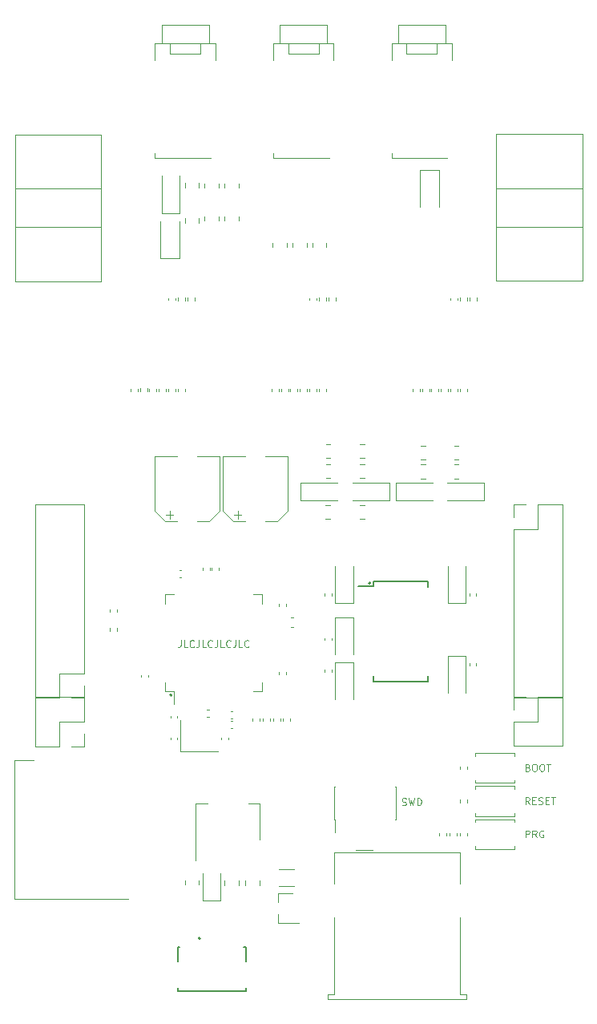
<source format=gbr>
%TF.GenerationSoftware,KiCad,Pcbnew,(5.1.8-0-10_14)*%
%TF.CreationDate,2021-03-24T11:52:58+01:00*%
%TF.ProjectId,KLST_TINY,4b4c5354-5f54-4494-9e59-2e6b69636164,0.1*%
%TF.SameCoordinates,Original*%
%TF.FileFunction,Legend,Top*%
%TF.FilePolarity,Positive*%
%FSLAX46Y46*%
G04 Gerber Fmt 4.6, Leading zero omitted, Abs format (unit mm)*
G04 Created by KiCad (PCBNEW (5.1.8-0-10_14)) date 2021-03-24 11:52:58*
%MOMM*%
%LPD*%
G01*
G04 APERTURE LIST*
%ADD10C,0.100000*%
%ADD11C,0.200000*%
%ADD12C,0.120000*%
%ADD13C,0.127000*%
%ADD14C,0.150000*%
G04 APERTURE END LIST*
D10*
X153193571Y-129446428D02*
X153300714Y-129482142D01*
X153336428Y-129517857D01*
X153372142Y-129589285D01*
X153372142Y-129696428D01*
X153336428Y-129767857D01*
X153300714Y-129803571D01*
X153229285Y-129839285D01*
X152943571Y-129839285D01*
X152943571Y-129089285D01*
X153193571Y-129089285D01*
X153265000Y-129125000D01*
X153300714Y-129160714D01*
X153336428Y-129232142D01*
X153336428Y-129303571D01*
X153300714Y-129375000D01*
X153265000Y-129410714D01*
X153193571Y-129446428D01*
X152943571Y-129446428D01*
X153836428Y-129089285D02*
X153979285Y-129089285D01*
X154050714Y-129125000D01*
X154122142Y-129196428D01*
X154157857Y-129339285D01*
X154157857Y-129589285D01*
X154122142Y-129732142D01*
X154050714Y-129803571D01*
X153979285Y-129839285D01*
X153836428Y-129839285D01*
X153765000Y-129803571D01*
X153693571Y-129732142D01*
X153657857Y-129589285D01*
X153657857Y-129339285D01*
X153693571Y-129196428D01*
X153765000Y-129125000D01*
X153836428Y-129089285D01*
X154622142Y-129089285D02*
X154765000Y-129089285D01*
X154836428Y-129125000D01*
X154907857Y-129196428D01*
X154943571Y-129339285D01*
X154943571Y-129589285D01*
X154907857Y-129732142D01*
X154836428Y-129803571D01*
X154765000Y-129839285D01*
X154622142Y-129839285D01*
X154550714Y-129803571D01*
X154479285Y-129732142D01*
X154443571Y-129589285D01*
X154443571Y-129339285D01*
X154479285Y-129196428D01*
X154550714Y-129125000D01*
X154622142Y-129089285D01*
X155157857Y-129089285D02*
X155586428Y-129089285D01*
X155372142Y-129839285D02*
X155372142Y-129089285D01*
X152943571Y-136839285D02*
X152943571Y-136089285D01*
X153229285Y-136089285D01*
X153300714Y-136125000D01*
X153336428Y-136160714D01*
X153372142Y-136232142D01*
X153372142Y-136339285D01*
X153336428Y-136410714D01*
X153300714Y-136446428D01*
X153229285Y-136482142D01*
X152943571Y-136482142D01*
X154122142Y-136839285D02*
X153872142Y-136482142D01*
X153693571Y-136839285D02*
X153693571Y-136089285D01*
X153979285Y-136089285D01*
X154050714Y-136125000D01*
X154086428Y-136160714D01*
X154122142Y-136232142D01*
X154122142Y-136339285D01*
X154086428Y-136410714D01*
X154050714Y-136446428D01*
X153979285Y-136482142D01*
X153693571Y-136482142D01*
X154836428Y-136125000D02*
X154765000Y-136089285D01*
X154657857Y-136089285D01*
X154550714Y-136125000D01*
X154479285Y-136196428D01*
X154443571Y-136267857D01*
X154407857Y-136410714D01*
X154407857Y-136517857D01*
X154443571Y-136660714D01*
X154479285Y-136732142D01*
X154550714Y-136803571D01*
X154657857Y-136839285D01*
X154729285Y-136839285D01*
X154836428Y-136803571D01*
X154872142Y-136767857D01*
X154872142Y-136517857D01*
X154729285Y-136517857D01*
X116535714Y-115989285D02*
X116535714Y-116525000D01*
X116500000Y-116632142D01*
X116428571Y-116703571D01*
X116321428Y-116739285D01*
X116250000Y-116739285D01*
X117250000Y-116739285D02*
X116892857Y-116739285D01*
X116892857Y-115989285D01*
X117928571Y-116667857D02*
X117892857Y-116703571D01*
X117785714Y-116739285D01*
X117714285Y-116739285D01*
X117607142Y-116703571D01*
X117535714Y-116632142D01*
X117500000Y-116560714D01*
X117464285Y-116417857D01*
X117464285Y-116310714D01*
X117500000Y-116167857D01*
X117535714Y-116096428D01*
X117607142Y-116025000D01*
X117714285Y-115989285D01*
X117785714Y-115989285D01*
X117892857Y-116025000D01*
X117928571Y-116060714D01*
X118464285Y-115989285D02*
X118464285Y-116525000D01*
X118428571Y-116632142D01*
X118357142Y-116703571D01*
X118250000Y-116739285D01*
X118178571Y-116739285D01*
X119178571Y-116739285D02*
X118821428Y-116739285D01*
X118821428Y-115989285D01*
X119857142Y-116667857D02*
X119821428Y-116703571D01*
X119714285Y-116739285D01*
X119642857Y-116739285D01*
X119535714Y-116703571D01*
X119464285Y-116632142D01*
X119428571Y-116560714D01*
X119392857Y-116417857D01*
X119392857Y-116310714D01*
X119428571Y-116167857D01*
X119464285Y-116096428D01*
X119535714Y-116025000D01*
X119642857Y-115989285D01*
X119714285Y-115989285D01*
X119821428Y-116025000D01*
X119857142Y-116060714D01*
X120392857Y-115989285D02*
X120392857Y-116525000D01*
X120357142Y-116632142D01*
X120285714Y-116703571D01*
X120178571Y-116739285D01*
X120107142Y-116739285D01*
X121107142Y-116739285D02*
X120750000Y-116739285D01*
X120750000Y-115989285D01*
X121785714Y-116667857D02*
X121750000Y-116703571D01*
X121642857Y-116739285D01*
X121571428Y-116739285D01*
X121464285Y-116703571D01*
X121392857Y-116632142D01*
X121357142Y-116560714D01*
X121321428Y-116417857D01*
X121321428Y-116310714D01*
X121357142Y-116167857D01*
X121392857Y-116096428D01*
X121464285Y-116025000D01*
X121571428Y-115989285D01*
X121642857Y-115989285D01*
X121750000Y-116025000D01*
X121785714Y-116060714D01*
X122321428Y-115989285D02*
X122321428Y-116525000D01*
X122285714Y-116632142D01*
X122214285Y-116703571D01*
X122107142Y-116739285D01*
X122035714Y-116739285D01*
X123035714Y-116739285D02*
X122678571Y-116739285D01*
X122678571Y-115989285D01*
X123714285Y-116667857D02*
X123678571Y-116703571D01*
X123571428Y-116739285D01*
X123500000Y-116739285D01*
X123392857Y-116703571D01*
X123321428Y-116632142D01*
X123285714Y-116560714D01*
X123250000Y-116417857D01*
X123250000Y-116310714D01*
X123285714Y-116167857D01*
X123321428Y-116096428D01*
X123392857Y-116025000D01*
X123500000Y-115989285D01*
X123571428Y-115989285D01*
X123678571Y-116025000D01*
X123714285Y-116060714D01*
D11*
X115600000Y-121800000D02*
G75*
G03*
X115600000Y-121800000I-100000J0D01*
G01*
X136600000Y-110000000D02*
G75*
G03*
X136600000Y-110000000I-100000J0D01*
G01*
D10*
X139907857Y-133403571D02*
X140015000Y-133439285D01*
X140193571Y-133439285D01*
X140265000Y-133403571D01*
X140300714Y-133367857D01*
X140336428Y-133296428D01*
X140336428Y-133225000D01*
X140300714Y-133153571D01*
X140265000Y-133117857D01*
X140193571Y-133082142D01*
X140050714Y-133046428D01*
X139979285Y-133010714D01*
X139943571Y-132975000D01*
X139907857Y-132903571D01*
X139907857Y-132832142D01*
X139943571Y-132760714D01*
X139979285Y-132725000D01*
X140050714Y-132689285D01*
X140229285Y-132689285D01*
X140336428Y-132725000D01*
X140586428Y-132689285D02*
X140765000Y-133439285D01*
X140907857Y-132903571D01*
X141050714Y-133439285D01*
X141229285Y-132689285D01*
X141515000Y-133439285D02*
X141515000Y-132689285D01*
X141693571Y-132689285D01*
X141800714Y-132725000D01*
X141872142Y-132796428D01*
X141907857Y-132867857D01*
X141943571Y-133010714D01*
X141943571Y-133117857D01*
X141907857Y-133260714D01*
X141872142Y-133332142D01*
X141800714Y-133403571D01*
X141693571Y-133439285D01*
X141515000Y-133439285D01*
X153372142Y-133339285D02*
X153122142Y-132982142D01*
X152943571Y-133339285D02*
X152943571Y-132589285D01*
X153229285Y-132589285D01*
X153300714Y-132625000D01*
X153336428Y-132660714D01*
X153372142Y-132732142D01*
X153372142Y-132839285D01*
X153336428Y-132910714D01*
X153300714Y-132946428D01*
X153229285Y-132982142D01*
X152943571Y-132982142D01*
X153693571Y-132946428D02*
X153943571Y-132946428D01*
X154050714Y-133339285D02*
X153693571Y-133339285D01*
X153693571Y-132589285D01*
X154050714Y-132589285D01*
X154336428Y-133303571D02*
X154443571Y-133339285D01*
X154622142Y-133339285D01*
X154693571Y-133303571D01*
X154729285Y-133267857D01*
X154765000Y-133196428D01*
X154765000Y-133125000D01*
X154729285Y-133053571D01*
X154693571Y-133017857D01*
X154622142Y-132982142D01*
X154479285Y-132946428D01*
X154407857Y-132910714D01*
X154372142Y-132875000D01*
X154336428Y-132803571D01*
X154336428Y-132732142D01*
X154372142Y-132660714D01*
X154407857Y-132625000D01*
X154479285Y-132589285D01*
X154657857Y-132589285D01*
X154765000Y-132625000D01*
X155086428Y-132946428D02*
X155336428Y-132946428D01*
X155443571Y-133339285D02*
X155086428Y-133339285D01*
X155086428Y-132589285D01*
X155443571Y-132589285D01*
X155657857Y-132589285D02*
X156086428Y-132589285D01*
X155872142Y-133339285D02*
X155872142Y-132589285D01*
D12*
%TO.C,J8*%
X144500000Y-51000000D02*
X144500000Y-53000000D01*
X139500000Y-51000000D02*
X139500000Y-53000000D01*
X139500000Y-51000000D02*
X142000000Y-51000000D01*
X142000000Y-51000000D02*
X144500000Y-51000000D01*
X138800000Y-65100000D02*
X138800000Y-64600000D01*
X144700000Y-65100000D02*
X138800000Y-65100000D01*
X145200000Y-53000000D02*
X145200000Y-54800000D01*
X138800000Y-53000000D02*
X138800000Y-54800000D01*
X140400000Y-54100000D02*
X140400000Y-53000000D01*
X143600000Y-54100000D02*
X143600000Y-53000000D01*
X138800000Y-53000000D02*
X145200000Y-53000000D01*
X140400000Y-54100000D02*
X143600000Y-54100000D01*
%TO.C,J7*%
X132000000Y-51000000D02*
X132000000Y-53000000D01*
X127000000Y-51000000D02*
X127000000Y-53000000D01*
X127000000Y-51000000D02*
X129500000Y-51000000D01*
X129500000Y-51000000D02*
X132000000Y-51000000D01*
X126300000Y-65100000D02*
X126300000Y-64600000D01*
X132200000Y-65100000D02*
X126300000Y-65100000D01*
X132700000Y-53000000D02*
X132700000Y-54800000D01*
X126300000Y-53000000D02*
X126300000Y-54800000D01*
X127900000Y-54100000D02*
X127900000Y-53000000D01*
X131100000Y-54100000D02*
X131100000Y-53000000D01*
X126300000Y-53000000D02*
X132700000Y-53000000D01*
X127900000Y-54100000D02*
X131100000Y-54100000D01*
%TO.C,J6*%
X119500000Y-51000000D02*
X119500000Y-53000000D01*
X114500000Y-51000000D02*
X114500000Y-53000000D01*
X114500000Y-51000000D02*
X117000000Y-51000000D01*
X117000000Y-51000000D02*
X119500000Y-51000000D01*
X113800000Y-65100000D02*
X113800000Y-64600000D01*
X119700000Y-65100000D02*
X113800000Y-65100000D01*
X120200000Y-53000000D02*
X120200000Y-54800000D01*
X113800000Y-53000000D02*
X113800000Y-54800000D01*
X115400000Y-54100000D02*
X115400000Y-53000000D01*
X118600000Y-54100000D02*
X118600000Y-53000000D01*
X113800000Y-53000000D02*
X120200000Y-53000000D01*
X115400000Y-54100000D02*
X118600000Y-54100000D01*
%TO.C,J5*%
X139170000Y-131435000D02*
X139235000Y-131435000D01*
X139170000Y-134965000D02*
X139235000Y-134965000D01*
X132765000Y-131435000D02*
X132830000Y-131435000D01*
X132765000Y-134965000D02*
X132830000Y-134965000D01*
X132830000Y-136290000D02*
X132830000Y-134965000D01*
X139235000Y-134965000D02*
X139235000Y-131435000D01*
X132765000Y-134965000D02*
X132765000Y-131435000D01*
%TO.C,J13*%
X106330000Y-127210000D02*
X105000000Y-127210000D01*
X106330000Y-125880000D02*
X106330000Y-127210000D01*
X103730000Y-127210000D02*
X101130000Y-127210000D01*
X103730000Y-124610000D02*
X103730000Y-127210000D01*
X106330000Y-124610000D02*
X103730000Y-124610000D01*
X101130000Y-127210000D02*
X101130000Y-122010000D01*
X106330000Y-124610000D02*
X106330000Y-122010000D01*
X106330000Y-122010000D02*
X101130000Y-122010000D01*
%TO.C,J11*%
X151670000Y-121990000D02*
X153000000Y-121990000D01*
X151670000Y-123320000D02*
X151670000Y-121990000D01*
X154270000Y-121990000D02*
X156870000Y-121990000D01*
X154270000Y-124590000D02*
X154270000Y-121990000D01*
X151670000Y-124590000D02*
X154270000Y-124590000D01*
X156870000Y-121990000D02*
X156870000Y-127190000D01*
X151670000Y-124590000D02*
X151670000Y-127190000D01*
X151670000Y-127190000D02*
X156870000Y-127190000D01*
%TO.C,U1*%
X115840000Y-121410000D02*
X115840000Y-122750000D01*
X114890000Y-121410000D02*
X115840000Y-121410000D01*
X114890000Y-120460000D02*
X114890000Y-121410000D01*
X114890000Y-111190000D02*
X115840000Y-111190000D01*
X114890000Y-112140000D02*
X114890000Y-111190000D01*
X125110000Y-121410000D02*
X124160000Y-121410000D01*
X125110000Y-120460000D02*
X125110000Y-121410000D01*
X125110000Y-111190000D02*
X124160000Y-111190000D01*
X125110000Y-112140000D02*
X125110000Y-111190000D01*
%TO.C,C8*%
X122007836Y-123540000D02*
X121792164Y-123540000D01*
X122007836Y-124260000D02*
X121792164Y-124260000D01*
%TO.C,C7*%
X122007836Y-124540000D02*
X121792164Y-124540000D01*
X122007836Y-125260000D02*
X121792164Y-125260000D01*
%TO.C,J12*%
X108130000Y-72410000D02*
X99010000Y-72410000D01*
X108130000Y-68310000D02*
X99010000Y-68310000D01*
X108130000Y-78110000D02*
X99010000Y-78110000D01*
X99010000Y-78110000D02*
X99010000Y-62610000D01*
X99010000Y-62610000D02*
X108130000Y-62610000D01*
X108130000Y-62610000D02*
X108130000Y-78110000D01*
%TO.C,J9*%
X106330000Y-122110000D02*
X105000000Y-122110000D01*
X106330000Y-120780000D02*
X106330000Y-122110000D01*
X103730000Y-122110000D02*
X101130000Y-122110000D01*
X103730000Y-119510000D02*
X103730000Y-122110000D01*
X106330000Y-119510000D02*
X103730000Y-119510000D01*
X101130000Y-122110000D02*
X101130000Y-101670000D01*
X106330000Y-119510000D02*
X106330000Y-101670000D01*
X106330000Y-101670000D02*
X101130000Y-101670000D01*
%TO.C,J4*%
X151670000Y-101670000D02*
X153000000Y-101670000D01*
X151670000Y-103000000D02*
X151670000Y-101670000D01*
X154270000Y-101670000D02*
X156870000Y-101670000D01*
X154270000Y-104270000D02*
X154270000Y-101670000D01*
X151670000Y-104270000D02*
X154270000Y-104270000D01*
X156870000Y-101670000D02*
X156870000Y-122110000D01*
X151670000Y-104270000D02*
X151670000Y-122110000D01*
X151670000Y-122110000D02*
X156870000Y-122110000D01*
D11*
%TO.C,J3*%
X118600000Y-147500000D02*
G75*
G03*
X118600000Y-147500000I-100000J0D01*
G01*
D13*
X123400000Y-149960000D02*
X123400000Y-148440000D01*
X123400000Y-148440000D02*
X123195000Y-148440000D01*
X116200000Y-149960000D02*
X116200000Y-148440000D01*
X116200000Y-148440000D02*
X116405000Y-148440000D01*
X123400000Y-152740000D02*
X123400000Y-153100000D01*
X123400000Y-153100000D02*
X116200000Y-153100000D01*
X116200000Y-153100000D02*
X116200000Y-152740000D01*
D12*
%TO.C,J1*%
X99000000Y-128650000D02*
X99000000Y-143350000D01*
X99000000Y-143350000D02*
X111000000Y-143350000D01*
X99000000Y-128650000D02*
X101000000Y-128650000D01*
%TO.C,SW6*%
X147630000Y-134930000D02*
X151770000Y-134930000D01*
X151770000Y-137770000D02*
X151770000Y-138070000D01*
X151770000Y-138070000D02*
X147630000Y-138070000D01*
X147630000Y-135230000D02*
X147630000Y-134930000D01*
X147630000Y-138070000D02*
X147630000Y-137770000D01*
X151770000Y-134930000D02*
X151770000Y-135230000D01*
%TO.C,R46*%
X144920000Y-136346359D02*
X144920000Y-136653641D01*
X145680000Y-136346359D02*
X145680000Y-136653641D01*
%TO.C,R45*%
X146780000Y-136653641D02*
X146780000Y-136346359D01*
X146020000Y-136653641D02*
X146020000Y-136346359D01*
%TO.C,C3*%
X143840000Y-136392164D02*
X143840000Y-136607836D01*
X144560000Y-136392164D02*
X144560000Y-136607836D01*
%TO.C,SW2*%
X151770000Y-134570000D02*
X147630000Y-134570000D01*
X147630000Y-131730000D02*
X147630000Y-131430000D01*
X147630000Y-131430000D02*
X151770000Y-131430000D01*
X151770000Y-134270000D02*
X151770000Y-134570000D01*
X151770000Y-131430000D02*
X151770000Y-131730000D01*
X147630000Y-134570000D02*
X147630000Y-134270000D01*
%TO.C,SW1*%
X147630000Y-127930000D02*
X151770000Y-127930000D01*
X151770000Y-130770000D02*
X151770000Y-131070000D01*
X151770000Y-131070000D02*
X147630000Y-131070000D01*
X147630000Y-128230000D02*
X147630000Y-127930000D01*
X147630000Y-131070000D02*
X147630000Y-130770000D01*
X151770000Y-127930000D02*
X151770000Y-128230000D01*
%TO.C,Y1*%
X116500000Y-127750000D02*
X120500000Y-127750000D01*
X116500000Y-124450000D02*
X116500000Y-127750000D01*
%TO.C,R24*%
X142377064Y-97465000D02*
X141922936Y-97465000D01*
X142377064Y-98935000D02*
X141922936Y-98935000D01*
%TO.C,R23*%
X142377064Y-95465000D02*
X141922936Y-95465000D01*
X142377064Y-96935000D02*
X141922936Y-96935000D01*
%TO.C,R22*%
X145422936Y-98935000D02*
X145877064Y-98935000D01*
X145422936Y-97465000D02*
X145877064Y-97465000D01*
%TO.C,R21*%
X145422936Y-96935000D02*
X145877064Y-96935000D01*
X145422936Y-95465000D02*
X145877064Y-95465000D01*
%TO.C,R20*%
X132327064Y-97415000D02*
X131872936Y-97415000D01*
X132327064Y-98885000D02*
X131872936Y-98885000D01*
%TO.C,R19*%
X132327064Y-95315000D02*
X131872936Y-95315000D01*
X132327064Y-96785000D02*
X131872936Y-96785000D01*
%TO.C,R18*%
X135472936Y-98885000D02*
X135927064Y-98885000D01*
X135472936Y-97415000D02*
X135927064Y-97415000D01*
%TO.C,R17*%
X135472936Y-96785000D02*
X135927064Y-96785000D01*
X135472936Y-95315000D02*
X135927064Y-95315000D01*
%TO.C,R16*%
X119065000Y-67772936D02*
X119065000Y-68227064D01*
X120535000Y-67772936D02*
X120535000Y-68227064D01*
%TO.C,R11*%
X120535000Y-71727064D02*
X120535000Y-71272936D01*
X119065000Y-71727064D02*
X119065000Y-71272936D01*
%TO.C,R10*%
X122635000Y-71727064D02*
X122635000Y-71272936D01*
X121165000Y-71727064D02*
X121165000Y-71272936D01*
%TO.C,R12*%
X121165000Y-67772936D02*
X121165000Y-68227064D01*
X122635000Y-67772936D02*
X122635000Y-68227064D01*
%TO.C,D5*%
X143800000Y-66400000D02*
X143800000Y-70300000D01*
X141800000Y-66400000D02*
X141800000Y-70300000D01*
X143800000Y-66400000D02*
X141800000Y-66400000D01*
%TO.C,D6*%
X114400000Y-75700000D02*
X114400000Y-71800000D01*
X116400000Y-75700000D02*
X116400000Y-71800000D01*
X114400000Y-75700000D02*
X116400000Y-75700000D01*
%TO.C,R44*%
X109780000Y-115053641D02*
X109780000Y-114746359D01*
X109020000Y-115053641D02*
X109020000Y-114746359D01*
%TO.C,R43*%
X109020000Y-112746359D02*
X109020000Y-113053641D01*
X109780000Y-112746359D02*
X109780000Y-113053641D01*
%TO.C,J10*%
X149870000Y-68290000D02*
X158990000Y-68290000D01*
X149870000Y-72390000D02*
X158990000Y-72390000D01*
X149870000Y-62590000D02*
X158990000Y-62590000D01*
X158990000Y-62590000D02*
X158990000Y-78090000D01*
X158990000Y-78090000D02*
X149870000Y-78090000D01*
X149870000Y-78090000D02*
X149870000Y-62590000D01*
%TO.C,R42*%
X113220000Y-89446359D02*
X113220000Y-89753641D01*
X113980000Y-89446359D02*
X113980000Y-89753641D01*
%TO.C,R36*%
X128120000Y-89446359D02*
X128120000Y-89753641D01*
X128880000Y-89446359D02*
X128880000Y-89753641D01*
%TO.C,R30*%
X143020000Y-89446359D02*
X143020000Y-89753641D01*
X143780000Y-89446359D02*
X143780000Y-89753641D01*
%TO.C,R14*%
X119820000Y-108346359D02*
X119820000Y-108653641D01*
X120580000Y-108346359D02*
X120580000Y-108653641D01*
%TO.C,R7*%
X116965000Y-141372936D02*
X116965000Y-141827064D01*
X118435000Y-141372936D02*
X118435000Y-141827064D01*
%TO.C,R3*%
X119246359Y-124080000D02*
X119553641Y-124080000D01*
X119246359Y-123320000D02*
X119553641Y-123320000D01*
%TO.C,R1*%
X127320000Y-124246359D02*
X127320000Y-124553641D01*
X128080000Y-124246359D02*
X128080000Y-124553641D01*
%TO.C,C44*%
X111960000Y-89707836D02*
X111960000Y-89492164D01*
X111240000Y-89707836D02*
X111240000Y-89492164D01*
%TO.C,C43*%
X115960000Y-89707836D02*
X115960000Y-89492164D01*
X115240000Y-89707836D02*
X115240000Y-89492164D01*
%TO.C,C41*%
X126860000Y-89707836D02*
X126860000Y-89492164D01*
X126140000Y-89707836D02*
X126140000Y-89492164D01*
%TO.C,C40*%
X130860000Y-89707836D02*
X130860000Y-89492164D01*
X130140000Y-89707836D02*
X130140000Y-89492164D01*
%TO.C,C38*%
X141760000Y-89707836D02*
X141760000Y-89492164D01*
X141040000Y-89707836D02*
X141040000Y-89492164D01*
%TO.C,C37*%
X145760000Y-89707836D02*
X145760000Y-89492164D01*
X145040000Y-89707836D02*
X145040000Y-89492164D01*
%TO.C,C35*%
X134735000Y-112110000D02*
X134735000Y-108200000D01*
X132865000Y-112110000D02*
X134735000Y-112110000D01*
X132865000Y-108200000D02*
X132865000Y-112110000D01*
%TO.C,C32*%
X147040000Y-111092164D02*
X147040000Y-111307836D01*
X147760000Y-111092164D02*
X147760000Y-111307836D01*
%TO.C,C31*%
X132865000Y-118340000D02*
X132865000Y-122250000D01*
X134735000Y-118340000D02*
X132865000Y-118340000D01*
X134735000Y-122250000D02*
X134735000Y-118340000D01*
%TO.C,C30*%
X132460000Y-119357836D02*
X132460000Y-119142164D01*
X131740000Y-119357836D02*
X131740000Y-119142164D01*
%TO.C,C29*%
X132865000Y-113590000D02*
X132865000Y-117500000D01*
X134735000Y-113590000D02*
X132865000Y-113590000D01*
X134735000Y-117500000D02*
X134735000Y-113590000D01*
%TO.C,C28*%
X132460000Y-116007836D02*
X132460000Y-115792164D01*
X131740000Y-116007836D02*
X131740000Y-115792164D01*
%TO.C,C27*%
X139240000Y-101235000D02*
X143150000Y-101235000D01*
X139240000Y-99365000D02*
X139240000Y-101235000D01*
X143150000Y-99365000D02*
X139240000Y-99365000D01*
%TO.C,C25*%
X131838748Y-103235000D02*
X132361252Y-103235000D01*
X131838748Y-101765000D02*
X132361252Y-101765000D01*
%TO.C,C20*%
X144765000Y-117640000D02*
X144765000Y-121550000D01*
X146635000Y-117640000D02*
X144765000Y-117640000D01*
X146635000Y-121550000D02*
X146635000Y-117640000D01*
%TO.C,C19*%
X118435000Y-68261252D02*
X118435000Y-67738748D01*
X116965000Y-68261252D02*
X116965000Y-67738748D01*
%TO.C,C18*%
X116435000Y-70910000D02*
X116435000Y-67000000D01*
X114565000Y-70910000D02*
X116435000Y-70910000D01*
X114565000Y-67000000D02*
X114565000Y-70910000D01*
%TO.C,C5*%
X121165000Y-141338748D02*
X121165000Y-141861252D01*
X122635000Y-141338748D02*
X122635000Y-141861252D01*
%TO.C,C4*%
X123365000Y-141338748D02*
X123365000Y-141861252D01*
X124835000Y-141338748D02*
X124835000Y-141861252D01*
%TO.C,C2*%
X120840000Y-126292164D02*
X120840000Y-126507836D01*
X121560000Y-126292164D02*
X121560000Y-126507836D01*
%TO.C,R4*%
X131935000Y-74527064D02*
X131935000Y-74072936D01*
X130465000Y-74527064D02*
X130465000Y-74072936D01*
%TO.C,R6*%
X127735000Y-74527064D02*
X127735000Y-74072936D01*
X126265000Y-74527064D02*
X126265000Y-74072936D01*
%TO.C,R5*%
X129835000Y-74527064D02*
X129835000Y-74072936D01*
X128365000Y-74527064D02*
X128365000Y-74072936D01*
%TO.C,D4*%
X120760000Y-143460000D02*
X120760000Y-140600000D01*
X118840000Y-143460000D02*
X120760000Y-143460000D01*
X118840000Y-140600000D02*
X118840000Y-143460000D01*
%TO.C,J2*%
X132740000Y-153380000D02*
X132740000Y-145270000D01*
X132740000Y-153380000D02*
X132090000Y-153380000D01*
X132740000Y-138420000D02*
X146060000Y-138420000D01*
X132740000Y-138420000D02*
X132740000Y-141750000D01*
X146060000Y-138420000D02*
X146060000Y-141750000D01*
X146710000Y-153900000D02*
X146710000Y-153380000D01*
X132090000Y-153900000D02*
X146710000Y-153900000D01*
X146060000Y-145270000D02*
X146060000Y-153380000D01*
X132090000Y-153380000D02*
X132090000Y-153900000D01*
X146710000Y-153380000D02*
X146060000Y-153380000D01*
X135000000Y-138200000D02*
X136800000Y-138200000D01*
D14*
%TO.C,U3*%
X136875000Y-110350000D02*
X135275000Y-110350000D01*
X136875000Y-120425000D02*
X142625000Y-120425000D01*
X136875000Y-109775000D02*
X142625000Y-109775000D01*
X136875000Y-120425000D02*
X136875000Y-119775000D01*
X142625000Y-120425000D02*
X142625000Y-119775000D01*
X142625000Y-109775000D02*
X142625000Y-110425000D01*
X136875000Y-109775000D02*
X136875000Y-110350000D01*
D12*
%TO.C,U2*%
X118090000Y-139300000D02*
X118090000Y-133290000D01*
X124910000Y-137050000D02*
X124910000Y-133290000D01*
X118090000Y-133290000D02*
X119350000Y-133290000D01*
X124910000Y-133290000D02*
X123650000Y-133290000D01*
%TO.C,R41*%
X114980000Y-89753641D02*
X114980000Y-89446359D01*
X114220000Y-89753641D02*
X114220000Y-89446359D01*
%TO.C,R40*%
X116220000Y-89446359D02*
X116220000Y-89753641D01*
X116980000Y-89446359D02*
X116980000Y-89753641D01*
%TO.C,R39*%
X112220000Y-89436359D02*
X112220000Y-89743641D01*
X112980000Y-89436359D02*
X112980000Y-89743641D01*
%TO.C,R38*%
X116980000Y-80153641D02*
X116980000Y-79846359D01*
X116220000Y-80153641D02*
X116220000Y-79846359D01*
%TO.C,R37*%
X117220000Y-79846359D02*
X117220000Y-80153641D01*
X117980000Y-79846359D02*
X117980000Y-80153641D01*
%TO.C,R35*%
X129880000Y-89753641D02*
X129880000Y-89446359D01*
X129120000Y-89753641D02*
X129120000Y-89446359D01*
%TO.C,R34*%
X131120000Y-89446359D02*
X131120000Y-89753641D01*
X131880000Y-89446359D02*
X131880000Y-89753641D01*
%TO.C,R33*%
X127120000Y-89446359D02*
X127120000Y-89753641D01*
X127880000Y-89446359D02*
X127880000Y-89753641D01*
%TO.C,R32*%
X131880000Y-80153641D02*
X131880000Y-79846359D01*
X131120000Y-80153641D02*
X131120000Y-79846359D01*
%TO.C,R31*%
X132120000Y-79846359D02*
X132120000Y-80153641D01*
X132880000Y-79846359D02*
X132880000Y-80153641D01*
%TO.C,R29*%
X144780000Y-89753641D02*
X144780000Y-89446359D01*
X144020000Y-89753641D02*
X144020000Y-89446359D01*
%TO.C,R28*%
X146020000Y-89446359D02*
X146020000Y-89753641D01*
X146780000Y-89446359D02*
X146780000Y-89753641D01*
%TO.C,R27*%
X142020000Y-89446359D02*
X142020000Y-89753641D01*
X142780000Y-89446359D02*
X142780000Y-89753641D01*
%TO.C,R26*%
X146780000Y-80153641D02*
X146780000Y-79846359D01*
X146020000Y-80153641D02*
X146020000Y-79846359D01*
%TO.C,R25*%
X147020000Y-79846359D02*
X147020000Y-80153641D01*
X147780000Y-79846359D02*
X147780000Y-80153641D01*
%TO.C,R13*%
X118820000Y-108346359D02*
X118820000Y-108653641D01*
X119580000Y-108346359D02*
X119580000Y-108653641D01*
%TO.C,R9*%
X146780000Y-129653641D02*
X146780000Y-129346359D01*
X146020000Y-129653641D02*
X146020000Y-129346359D01*
%TO.C,R8*%
X146780000Y-133153641D02*
X146780000Y-132846359D01*
X146020000Y-133153641D02*
X146020000Y-132846359D01*
%TO.C,R2*%
X126320000Y-124246359D02*
X126320000Y-124553641D01*
X127080000Y-124246359D02*
X127080000Y-124553641D01*
%TO.C,R15*%
X116965000Y-71472936D02*
X116965000Y-71927064D01*
X118435000Y-71472936D02*
X118435000Y-71927064D01*
%TO.C,Q1*%
X126840000Y-142720000D02*
X128300000Y-142720000D01*
X126840000Y-145880000D02*
X129000000Y-145880000D01*
X126840000Y-145880000D02*
X126840000Y-144950000D01*
X126840000Y-142720000D02*
X126840000Y-143650000D01*
%TO.C,FB1*%
X126864758Y-142010000D02*
X128535242Y-142010000D01*
X126864758Y-140190000D02*
X128535242Y-140190000D01*
%TO.C,C42*%
X115960000Y-80087836D02*
X115960000Y-79872164D01*
X115240000Y-80087836D02*
X115240000Y-79872164D01*
%TO.C,C39*%
X130860000Y-80107836D02*
X130860000Y-79892164D01*
X130140000Y-80107836D02*
X130140000Y-79892164D01*
%TO.C,C36*%
X145760000Y-80107836D02*
X145760000Y-79892164D01*
X145040000Y-80107836D02*
X145040000Y-79892164D01*
%TO.C,C34*%
X131740000Y-111092164D02*
X131740000Y-111307836D01*
X132460000Y-111092164D02*
X132460000Y-111307836D01*
%TO.C,C33*%
X146635000Y-112110000D02*
X146635000Y-108200000D01*
X144765000Y-112110000D02*
X146635000Y-112110000D01*
X144765000Y-108200000D02*
X144765000Y-112110000D01*
%TO.C,C26*%
X148560000Y-99365000D02*
X144650000Y-99365000D01*
X148560000Y-101235000D02*
X148560000Y-99365000D01*
X144650000Y-101235000D02*
X148560000Y-101235000D01*
%TO.C,C24*%
X129190000Y-101235000D02*
X133100000Y-101235000D01*
X129190000Y-99365000D02*
X129190000Y-101235000D01*
X133100000Y-99365000D02*
X129190000Y-99365000D01*
%TO.C,C21*%
X147040000Y-118442164D02*
X147040000Y-118657836D01*
X147760000Y-118442164D02*
X147760000Y-118657836D01*
%TO.C,C23*%
X135961252Y-101765000D02*
X135438748Y-101765000D01*
X135961252Y-103235000D02*
X135438748Y-103235000D01*
%TO.C,C22*%
X138610000Y-99365000D02*
X134700000Y-99365000D01*
X138610000Y-101235000D02*
X138610000Y-99365000D01*
X134700000Y-101235000D02*
X138610000Y-101235000D01*
%TO.C,C17*%
X120610000Y-96590000D02*
X118260000Y-96590000D01*
X113790000Y-96590000D02*
X116140000Y-96590000D01*
X113790000Y-102345563D02*
X113790000Y-96590000D01*
X120610000Y-102345563D02*
X120610000Y-96590000D01*
X119545563Y-103410000D02*
X118260000Y-103410000D01*
X114854437Y-103410000D02*
X116140000Y-103410000D01*
X114854437Y-103410000D02*
X113790000Y-102345563D01*
X119545563Y-103410000D02*
X120610000Y-102345563D01*
X115352500Y-103167500D02*
X115352500Y-102380000D01*
X114958750Y-102773750D02*
X115746250Y-102773750D01*
%TO.C,C16*%
X127810000Y-96590000D02*
X125460000Y-96590000D01*
X120990000Y-96590000D02*
X123340000Y-96590000D01*
X120990000Y-102345563D02*
X120990000Y-96590000D01*
X127810000Y-102345563D02*
X127810000Y-96590000D01*
X126745563Y-103410000D02*
X125460000Y-103410000D01*
X122054437Y-103410000D02*
X123340000Y-103410000D01*
X122054437Y-103410000D02*
X120990000Y-102345563D01*
X126745563Y-103410000D02*
X127810000Y-102345563D01*
X122552500Y-103167500D02*
X122552500Y-102380000D01*
X122158750Y-102773750D02*
X122946250Y-102773750D01*
%TO.C,C15*%
X116392164Y-109360000D02*
X116607836Y-109360000D01*
X116392164Y-108640000D02*
X116607836Y-108640000D01*
%TO.C,C14*%
X126940000Y-112192164D02*
X126940000Y-112407836D01*
X127660000Y-112192164D02*
X127660000Y-112407836D01*
%TO.C,C13*%
X113060000Y-119907836D02*
X113060000Y-119692164D01*
X112340000Y-119907836D02*
X112340000Y-119692164D01*
%TO.C,C12*%
X126940000Y-119392164D02*
X126940000Y-119607836D01*
X127660000Y-119392164D02*
X127660000Y-119607836D01*
%TO.C,C11*%
X115440000Y-123992164D02*
X115440000Y-124207836D01*
X116160000Y-123992164D02*
X116160000Y-124207836D01*
%TO.C,C10*%
X125240000Y-124292164D02*
X125240000Y-124507836D01*
X125960000Y-124292164D02*
X125960000Y-124507836D01*
%TO.C,C9*%
X124140000Y-124292164D02*
X124140000Y-124507836D01*
X124860000Y-124292164D02*
X124860000Y-124507836D01*
%TO.C,C6*%
X128159420Y-114610000D02*
X128440580Y-114610000D01*
X128159420Y-113590000D02*
X128440580Y-113590000D01*
%TO.C,C1*%
X115440000Y-126292164D02*
X115440000Y-126507836D01*
X116160000Y-126292164D02*
X116160000Y-126507836D01*
%TD*%
M02*

</source>
